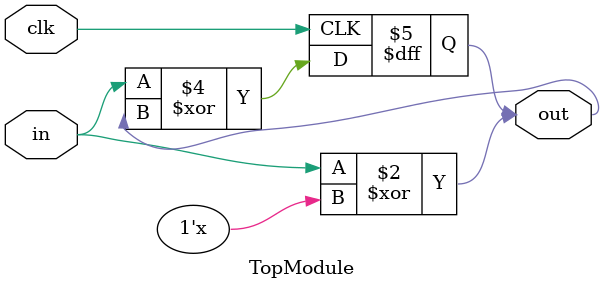
<source format=sv>
module TopModule (
    input logic clk,
    input logic in,
    output logic out
);

always @(*) begin
    out = in ^ out; // Combinational logic: XOR operation
end

always @(posedge clk) begin
    out <= in ^ out; // Sequential logic: D flip-flop capturing XOR output
end

endmodule
</source>
